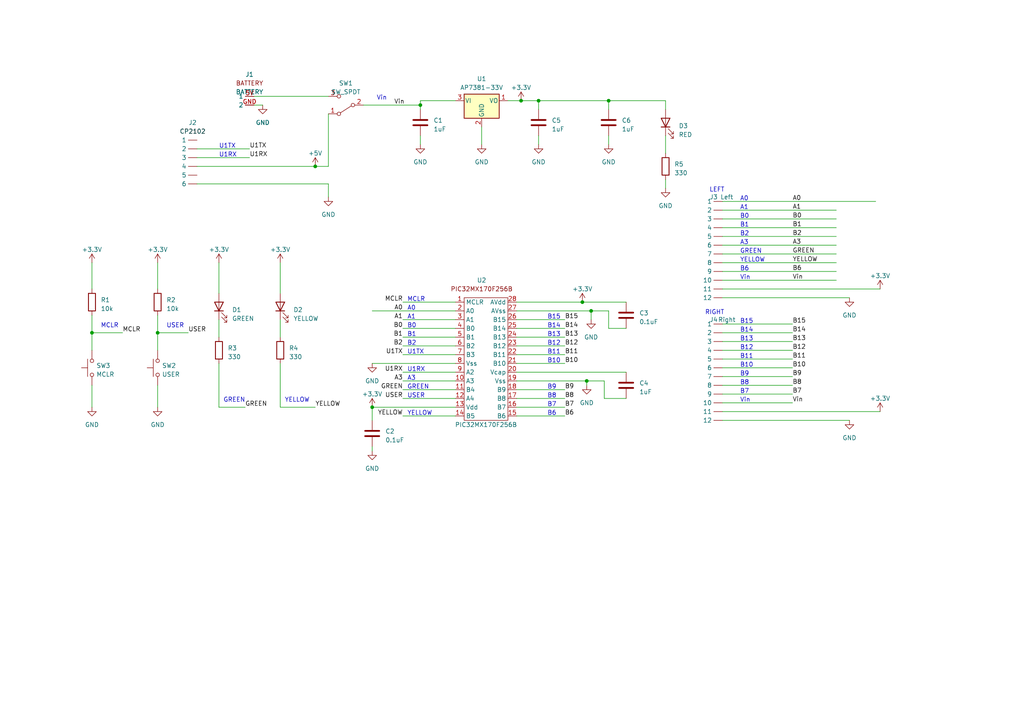
<source format=kicad_sch>
(kicad_sch (version 20230121) (generator eeschema)
  (paper "A4")
  (lib_symbols
    (symbol "Device:C" (pin_numbers hide) (pin_names (offset 0.254))
      (property "Reference" "C" (at 0.635 2.54 0))
      (property "Value" "C" (at 0.635 -2.54 0))
      (symbol "C_0_1"
        (polyline (pts (xy -2.032 -0.762) (xy 2.032 -0.762)) (stroke (width 0.508)))
        (polyline (pts (xy -2.032 0.762) (xy 2.032 0.762)) (stroke (width 0.508)))
      )
      (symbol "C_1_1"
        (pin passive line (at 0 3.81 270) (length 2.794) (name "~") (number "1"))
        (pin passive line (at 0 -3.81 90) (length 2.794) (name "~") (number "2"))
      )
    )
    (symbol "Device:LED" (pin_numbers hide) (pin_names (offset 1.016) hide)
      (property "Reference" "D" (at 0 2.54 0))
      (property "Value" "LED" (at 0 -2.54 0))
      (symbol "LED_0_1"
        (polyline (pts (xy -1.27 -1.27) (xy -1.27 1.27)) (stroke (width 0.254)))
        (polyline (pts (xy -1.27 0) (xy 1.27 0)))
        (polyline (pts (xy 1.27 -1.27) (xy 1.27 1.27) (xy -1.27 0) (xy 1.27 -1.27)) (stroke (width 0.254)))
        (polyline (pts (xy -3.048 -0.762) (xy -4.572 -2.286) (xy -3.81 -2.286) (xy -4.572 -2.286) (xy -4.572 -1.524)))
        (polyline (pts (xy -1.778 -0.762) (xy -3.302 -2.286) (xy -2.54 -2.286) (xy -3.302 -2.286) (xy -3.302 -1.524)))
      )
      (symbol "LED_1_1"
        (pin passive line (at -3.81 0 0) (length 2.54) (name "K") (number "1"))
        (pin passive line (at 3.81 0 180) (length 2.54) (name "A") (number "2"))
      )
    )
    (symbol "Device:R" (pin_numbers hide) (pin_names (offset 0))
      (property "Reference" "R" (at 2.032 0 90))
      (property "Value" "R" (at 0 0 90))
      (symbol "R_0_1"
        (rectangle (start -1.016 -2.54) (end 1.016 2.54) (stroke (width 0.254)))
      )
      (symbol "R_1_1"
        (pin passive line (at 0 3.81 270) (length 1.27) (name "~") (number "1"))
        (pin passive line (at 0 -3.81 90) (length 1.27) (name "~") (number "2"))
      )
    )
    (symbol "PIC32:AP7381-33V" (pin_names (offset 0.254))
      (property "Reference" "U" (at -3.81 3.175 0))
      (property "Value" "AP7381-33V" (at 0 3.175 0))
      (symbol "AP7381-33V_0_1"
        (rectangle (start -5.08 1.905) (end 5.08 -5.08) (stroke (width 0.254)) (fill (type background)))
      )
      (symbol "AP7381-33V_1_1"
        (pin power_out line (at 7.62 0 180) (length 2.54) (name "VO") (number "1"))
        (pin power_in line (at 0 -7.62 90) (length 2.54) (name "GND") (number "2"))
        (pin power_in line (at -7.62 0 0) (length 2.54) (name "VI") (number "3"))
      )
    )
    (symbol "PIC32:BATTERY"
      (property "Reference" "J" (at 0 5.08 0))
      (symbol "BATTERY_1_1"
        (text "BATTERY" (at 0 2.54 0) (effects (font (size 1.27 1.27))))
        (pin input line (at 1.27 -1.27 180) (length 2.54) (name "1") (number "5V"))
        (pin input line (at 1.27 -3.81 180) (length 2.54) (name "2") (number "GND"))
      )
    )
    (symbol "PIC32:CP2102"
      (property "Reference" "J" (at 0 2.54 0))
      (symbol "CP2102_1_1"
        (text "CP2102" (at 0 0 0) (effects (font (size 1.27 1.27))))
        (pin input line (at 1.27 -2.54 180) (length 2.54) (name "1") (number ""))
        (pin input line (at 1.27 -5.08 180) (length 2.54) (name "2") (number ""))
        (pin input line (at 1.27 -7.62 180) (length 2.54) (name "3") (number ""))
        (pin input line (at 1.27 -10.16 180) (length 2.54) (name "4") (number ""))
        (pin input line (at 1.27 -12.7 180) (length 2.54) (name "5") (number ""))
        (pin input line (at 1.27 -15.24 180) (length 2.54) (name "6") (number ""))
      )
    )
    (symbol "PIC32:PIC32MX170"
      (property "Reference" "U" (at -1.27 12.7 0))
      (symbol "PIC32MX170_0_1"
        (rectangle (start -6.35 7.62) (end 6.35 -27.94))
      )
      (symbol "PIC32MX170_1_1"
        (text "PIC32MX170F256B" (at -1.27 10.16 0) (effects (font (size 1.27 1.27))))
        (pin input line (at -8.89 6.35 0) (length 2.54) (name "MCLR") (number "1"))
        (pin input line (at -8.89 -16.51 0) (length 2.54) (name "A3") (number "10"))
        (pin input line (at -8.89 -19.05 0) (length 2.54) (name "B4") (number "11"))
        (pin input line (at -8.89 -21.59 0) (length 2.54) (name "A4") (number "12"))
        (pin input line (at -8.89 -24.13 0) (length 2.54) (name "Vdd") (number "13"))
        (pin input line (at -8.89 -26.67 0) (length 2.54) (name "B5") (number "14"))
        (pin input line (at 8.89 -26.67 180) (length 2.54) (name "B6") (number "15"))
        (pin input line (at 8.89 -24.13 180) (length 2.54) (name "B7") (number "16"))
        (pin input line (at 8.89 -21.59 180) (length 2.54) (name "B8") (number "17"))
        (pin input line (at 8.89 -19.05 180) (length 2.54) (name "B9") (number "18"))
        (pin input line (at 8.89 -16.51 180) (length 2.54) (name "Vss") (number "19"))
        (pin input line (at -8.89 3.81 0) (length 2.54) (name "A0") (number "2"))
        (pin input line (at 8.89 -13.97 180) (length 2.54) (name "Vcap") (number "20"))
        (pin input line (at 8.89 -11.43 180) (length 2.54) (name "B10") (number "21"))
        (pin input line (at 8.89 -8.89 180) (length 2.54) (name "B11") (number "22"))
        (pin input line (at 8.89 -6.35 180) (length 2.54) (name "B12") (number "23"))
        (pin input line (at 8.89 -3.81 180) (length 2.54) (name "B13") (number "24"))
        (pin input line (at 8.89 -1.27 180) (length 2.54) (name "B14") (number "25"))
        (pin input line (at 8.89 1.27 180) (length 2.54) (name "B15") (number "26"))
        (pin input line (at 8.89 3.81 180) (length 2.54) (name "AVss") (number "27"))
        (pin input line (at 8.89 6.35 180) (length 2.54) (name "AVdd") (number "28"))
        (pin input line (at -8.89 1.27 0) (length 2.54) (name "A1") (number "3"))
        (pin input line (at -8.89 -1.27 0) (length 2.54) (name "B0") (number "4"))
        (pin input line (at -8.89 -3.81 0) (length 2.54) (name "B1") (number "5"))
        (pin input line (at -8.89 -6.35 0) (length 2.54) (name "B2") (number "6"))
        (pin input line (at -8.89 -8.89 0) (length 2.54) (name "B3") (number "7"))
        (pin input line (at -8.89 -11.43 0) (length 2.54) (name "Vss") (number "8"))
        (pin input line (at -8.89 -13.97 0) (length 2.54) (name "A2") (number "9"))
      )
    )
    (symbol "PIC32:output"
      (property "Reference" "J" (at 0 1.27 0))
      (symbol "output_1_1"
        (pin input line (at 1.27 -1.27 180) (length 2.54) (name "1") (number ""))
        (pin input line (at 1.27 -24.13 180) (length 2.54) (name "10") (number ""))
        (pin input line (at 1.27 -26.67 180) (length 2.54) (name "11") (number ""))
        (pin input line (at 1.27 -29.21 180) (length 2.54) (name "12") (number ""))
        (pin input line (at 1.27 -3.81 180) (length 2.54) (name "2") (number ""))
        (pin input line (at 1.27 -6.35 180) (length 2.54) (name "3") (number ""))
        (pin input line (at 1.27 -8.89 180) (length 2.54) (name "4") (number ""))
        (pin input line (at 1.27 -11.43 180) (length 2.54) (name "5") (number ""))
        (pin input line (at 1.27 -13.97 180) (length 2.54) (name "6") (number ""))
        (pin input line (at 1.27 -16.51 180) (length 2.54) (name "7") (number ""))
        (pin input line (at 1.27 -19.05 180) (length 2.54) (name "8") (number ""))
        (pin input line (at 1.27 -21.59 180) (length 2.54) (name "9") (number ""))
      )
    )
    (symbol "Switch:SW_Push" (pin_numbers hide) (pin_names (offset 1.016) hide)
      (property "Reference" "SW" (at 1.27 2.54 0))
      (property "Value" "SW_Push" (at 0 -1.524 0))
      (symbol "SW_Push_0_1"
        (circle (center -2.032 0) (radius 0.508))
        (polyline (pts (xy 0 1.27) (xy 0 3.048)))
        (polyline (pts (xy 2.54 1.27) (xy -2.54 1.27)))
        (circle (center 2.032 0) (radius 0.508))
        (pin passive line (at -5.08 0 0) (length 2.54) (name "1") (number "1"))
        (pin passive line (at 5.08 0 180) (length 2.54) (name "2") (number "2"))
      )
    )
    (symbol "Switch:SW_SPDT" (pin_names (offset 0) hide)
      (property "Reference" "SW" (at 0 4.318 0))
      (property "Value" "SW_SPDT" (at 0 -5.08 0))
      (symbol "SW_SPDT_0_0"
        (circle (center -2.032 0) (radius 0.508))
        (circle (center 2.032 -2.54) (radius 0.508))
      )
      (symbol "SW_SPDT_0_1"
        (polyline (pts (xy -1.524 0.254) (xy 1.651 2.286)))
        (circle (center 2.032 2.54) (radius 0.508))
      )
      (symbol "SW_SPDT_1_1"
        (pin passive line (at 5.08 2.54 180) (length 2.54) (name "A") (number "1"))
        (pin passive line (at -5.08 0 0) (length 2.54) (name "B") (number "2"))
        (pin passive line (at 5.08 -2.54 180) (length 2.54) (name "C") (number "3"))
      )
    )
    (symbol "power:+3.3V" (power) (pin_names (offset 0))
      (property "Value" "+3.3V" (at 0 3.556 0))
      (symbol "+3.3V_0_1"
        (polyline (pts (xy -0.762 1.27) (xy 0 2.54)))
        (polyline (pts (xy 0 0) (xy 0 2.54)))
        (polyline (pts (xy 0 2.54) (xy 0.762 1.27)))
      )
      (symbol "+3.3V_1_1"
        (pin power_in line (at 0 0 90) (length 0) hide (name "+3.3V") (number "1"))
      )
    )
    (symbol "power:+5V" (power) (pin_names (offset 0))
      (property "Value" "+5V" (at 0 3.556 0))
      (symbol "+5V_0_1"
        (polyline (pts (xy -0.762 1.27) (xy 0 2.54)))
        (polyline (pts (xy 0 0) (xy 0 2.54)))
        (polyline (pts (xy 0 2.54) (xy 0.762 1.27)))
      )
      (symbol "+5V_1_1"
        (pin power_in line (at 0 0 90) (length 0) hide (name "+5V") (number "1"))
      )
    )
    (symbol "power:GND" (power) (pin_names (offset 0))
      (property "Value" "GND" (at 0 -3.81 0))
      (symbol "GND_0_1"
        (polyline (pts (xy 0 0) (xy 0 -1.27) (xy 1.27 -1.27) (xy 0 -2.54) (xy -1.27 -1.27) (xy 0 -1.27)))
      )
      (symbol "GND_1_1"
        (pin power_in line (at 0 0 270) (length 0) hide (name "GND") (number "1"))
      )
    )
  )
  (junction (at 151.13 29.21))
  (junction (at 176.53 29.21))
  (junction (at 170.18 110.49))
  (junction (at 156.21 29.21))
  (junction (at 171.45 90.17))
  (junction (at 168.91 87.63))
  (junction (at 107.95 118.11))
  (junction (at 91.44 48.26))
  (junction (at 26.67 96.52))
  (junction (at 121.92 30.48))
  (junction (at 45.72 96.52))
  (wire (pts (xy 149.86 118.11) (xy 163.83 118.11)))
  (wire (pts (xy 116.84 95.25) (xy 132.08 95.25)))
  (wire (pts (xy 149.86 87.63) (xy 168.91 87.63)))
  (wire (pts (xy 209.55 83.82) (xy 255.27 83.82)))
  (wire (pts (xy 176.53 29.21) (xy 193.04 29.21)))
  (wire (pts (xy 193.04 29.21) (xy 193.04 31.75)))
  (wire (pts (xy 116.84 115.57) (xy 132.08 115.57)))
  (wire (pts (xy 147.32 29.21) (xy 151.13 29.21)))
  (wire (pts (xy 168.91 87.63) (xy 181.61 87.63)))
  (wire (pts (xy 149.86 113.03) (xy 163.83 113.03)))
  (wire (pts (xy 149.86 97.79) (xy 163.83 97.79)))
  (wire (pts (xy 149.86 92.71) (xy 163.83 92.71)))
  (wire (pts (xy 95.25 53.34) (xy 95.25 57.15)))
  (wire (pts (xy 149.86 107.95) (xy 181.61 107.95)))
  (wire (pts (xy 26.67 111.76) (xy 26.67 118.11)))
  (wire (pts (xy 107.95 90.17) (xy 132.08 90.17)))
  (wire (pts (xy 73.66 30.48) (xy 76.2 30.48)))
  (wire (pts (xy 170.18 110.49) (xy 175.26 110.49)))
  (wire (pts (xy 45.72 76.2) (xy 45.72 83.82)))
  (wire (pts (xy 91.44 48.26) (xy 95.25 48.26)))
  (wire (pts (xy 45.72 111.76) (xy 45.72 118.11)))
  (wire (pts (xy 45.72 91.44) (xy 45.72 96.52)))
  (wire (pts (xy 26.67 96.52) (xy 35.56 96.52)))
  (wire (pts (xy 209.55 99.06) (xy 229.87 99.06)))
  (wire (pts (xy 176.53 39.37) (xy 176.53 41.91)))
  (wire (pts (xy 209.55 119.38) (xy 255.27 119.38)))
  (wire (pts (xy 116.84 97.79) (xy 132.08 97.79)))
  (wire (pts (xy 209.55 63.5) (xy 242.57 63.5)))
  (wire (pts (xy 116.84 110.49) (xy 132.08 110.49)))
  (wire (pts (xy 63.5 105.41) (xy 63.5 118.11)))
  (wire (pts (xy 95.25 33.02) (xy 95.25 48.26)))
  (wire (pts (xy 121.92 30.48) (xy 121.92 31.75)))
  (wire (pts (xy 175.26 115.57) (xy 175.26 110.49)))
  (wire (pts (xy 156.21 29.21) (xy 156.21 31.75)))
  (wire (pts (xy 45.72 96.52) (xy 54.61 96.52)))
  (wire (pts (xy 209.55 58.42) (xy 254 58.42)))
  (wire (pts (xy 176.53 29.21) (xy 176.53 31.75)))
  (wire (pts (xy 209.55 76.2) (xy 242.57 76.2)))
  (wire (pts (xy 176.53 95.25) (xy 176.53 90.17)))
  (wire (pts (xy 63.5 76.2) (xy 63.5 85.09)))
  (wire (pts (xy 149.86 90.17) (xy 171.45 90.17)))
  (wire (pts (xy 63.5 118.11) (xy 71.12 118.11)))
  (wire (pts (xy 81.28 92.71) (xy 81.28 97.79)))
  (wire (pts (xy 81.28 118.11) (xy 91.44 118.11)))
  (wire (pts (xy 81.28 76.2) (xy 81.28 85.09)))
  (wire (pts (xy 209.55 109.22) (xy 229.87 109.22)))
  (wire (pts (xy 193.04 52.07) (xy 193.04 54.61)))
  (wire (pts (xy 149.86 100.33) (xy 163.83 100.33)))
  (wire (pts (xy 149.86 105.41) (xy 163.83 105.41)))
  (wire (pts (xy 209.55 81.28) (xy 242.57 81.28)))
  (wire (pts (xy 121.92 29.21) (xy 121.92 30.48)))
  (wire (pts (xy 107.95 118.11) (xy 132.08 118.11)))
  (wire (pts (xy 149.86 102.87) (xy 163.83 102.87)))
  (wire (pts (xy 171.45 90.17) (xy 176.53 90.17)))
  (wire (pts (xy 57.15 48.26) (xy 91.44 48.26)))
  (wire (pts (xy 209.55 111.76) (xy 229.87 111.76)))
  (wire (pts (xy 149.86 110.49) (xy 170.18 110.49)))
  (wire (pts (xy 209.55 66.04) (xy 242.57 66.04)))
  (wire (pts (xy 57.15 45.72) (xy 72.39 45.72)))
  (wire (pts (xy 209.55 101.6) (xy 229.87 101.6)))
  (wire (pts (xy 193.04 44.45) (xy 193.04 39.37)))
  (wire (pts (xy 209.55 104.14) (xy 229.87 104.14)))
  (wire (pts (xy 181.61 95.25) (xy 176.53 95.25)))
  (wire (pts (xy 209.55 71.12) (xy 242.57 71.12)))
  (wire (pts (xy 209.55 78.74) (xy 242.57 78.74)))
  (wire (pts (xy 26.67 91.44) (xy 26.67 96.52)))
  (wire (pts (xy 116.84 102.87) (xy 132.08 102.87)))
  (wire (pts (xy 149.86 115.57) (xy 163.83 115.57)))
  (wire (pts (xy 116.84 92.71) (xy 132.08 92.71)))
  (wire (pts (xy 209.55 86.36) (xy 246.38 86.36)))
  (wire (pts (xy 116.84 107.95) (xy 132.08 107.95)))
  (wire (pts (xy 116.84 113.03) (xy 132.08 113.03)))
  (wire (pts (xy 105.41 30.48) (xy 121.92 30.48)))
  (wire (pts (xy 209.55 106.68) (xy 229.87 106.68)))
  (wire (pts (xy 81.28 105.41) (xy 81.28 118.11)))
  (wire (pts (xy 209.55 60.96) (xy 242.57 60.96)))
  (wire (pts (xy 26.67 96.52) (xy 26.67 101.6)))
  (wire (pts (xy 151.13 29.21) (xy 156.21 29.21)))
  (wire (pts (xy 57.15 53.34) (xy 95.25 53.34)))
  (wire (pts (xy 156.21 29.21) (xy 176.53 29.21)))
  (wire (pts (xy 209.55 116.84) (xy 229.87 116.84)))
  (wire (pts (xy 171.45 92.71) (xy 171.45 90.17)))
  (wire (pts (xy 121.92 39.37) (xy 121.92 41.91)))
  (wire (pts (xy 149.86 95.25) (xy 163.83 95.25)))
  (wire (pts (xy 209.55 73.66) (xy 242.57 73.66)))
  (wire (pts (xy 107.95 105.41) (xy 132.08 105.41)))
  (wire (pts (xy 57.15 43.18) (xy 72.39 43.18)))
  (wire (pts (xy 209.55 96.52) (xy 229.87 96.52)))
  (wire (pts (xy 26.67 76.2) (xy 26.67 83.82)))
  (wire (pts (xy 209.55 93.98) (xy 229.87 93.98)))
  (wire (pts (xy 149.86 120.65) (xy 163.83 120.65)))
  (wire (pts (xy 209.55 114.3) (xy 229.87 114.3)))
  (wire (pts (xy 107.95 121.92) (xy 107.95 118.11)))
  (wire (pts (xy 116.84 120.65) (xy 132.08 120.65)))
  (wire (pts (xy 45.72 96.52) (xy 45.72 101.6)))
  (wire (pts (xy 156.21 39.37) (xy 156.21 41.91)))
  (wire (pts (xy 73.66 27.94) (xy 95.25 27.94)))
  (wire (pts (xy 132.08 29.21) (xy 121.92 29.21)))
  (wire (pts (xy 209.55 121.92) (xy 246.38 121.92)))
  (wire (pts (xy 170.18 111.76) (xy 170.18 110.49)))
  (wire (pts (xy 107.95 129.54) (xy 107.95 130.81)))
  (wire (pts (xy 209.55 68.58) (xy 242.57 68.58)))
  (wire (pts (xy 181.61 115.57) (xy 175.26 115.57)))
  (wire (pts (xy 139.7 36.83) (xy 139.7 41.91)))
  (wire (pts (xy 63.5 92.71) (xy 63.5 97.79)))
  (wire (pts (xy 116.84 87.63) (xy 132.08 87.63)))
  (wire (pts (xy 116.84 100.33) (xy 132.08 100.33)))
  (text "B9" (at 214.63 109.22 0) (effects (font (size 1.27 1.27)) (justify left bottom)))
  (text "A1" (at 214.63 60.96 0) (effects (font (size 1.27 1.27)) (justify left bottom)))
  (text "RIGHT" (at 204.47 91.44 0) (effects (font (size 1.27 1.27)) (justify left bottom)))
  (text "B2" (at 118.11 100.33 0) (effects (font (size 1.27 1.27)) (justify left bottom)))
  (text "B12" (at 158.75 100.33 0) (effects (font (size 1.27 1.27)) (justify left bottom)))
  (text "YELLOW" (at 118.11 120.65 0) (effects (font (size 1.27 1.27)) (justify left bottom)))
  (text "YELLOW" (at 214.63 76.2 0) (effects (font (size 1.27 1.27)) (justify left bottom)))
  (text "B1" (at 214.63 66.04 0) (effects (font (size 1.27 1.27)) (justify left bottom)))
  (text "B2" (at 214.63 68.58 0) (effects (font (size 1.27 1.27)) (justify left bottom)))
  (text "A3" (at 214.63 71.12 0) (effects (font (size 1.27 1.27)) (justify left bottom)))
  (text "Vin" (at 109.22 29.21 0) (effects (font (size 1.27 1.27)) (justify left bottom)))
  (text "A0" (at 214.63 58.42 0) (effects (font (size 1.27 1.27)) (justify left bottom)))
  (text "U1TX" (at 63.5 43.18 0) (effects (font (size 1.27 1.27)) (justify left bottom)))
  (text "B12" (at 214.63 101.6 0) (effects (font (size 1.27 1.27)) (justify left bottom)))
  (text "YELLOW" (at 82.55 116.84 0) (effects (font (size 1.27 1.27)) (justify left bottom)))
  (text "B15" (at 158.75 92.71 0) (effects (font (size 1.27 1.27)) (justify left bottom)))
  (text "B6" (at 214.63 78.74 0) (effects (font (size 1.27 1.27)) (justify left bottom)))
  (text "B11" (at 158.75 102.87 0) (effects (font (size 1.27 1.27)) (justify left bottom)))
  (text "A3" (at 118.11 110.49 0) (effects (font (size 1.27 1.27)) (justify left bottom)))
  (text "B8" (at 158.75 115.57 0) (effects (font (size 1.27 1.27)) (justify left bottom)))
  (text "U1TX" (at 118.11 102.87 0) (effects (font (size 1.27 1.27)) (justify left bottom)))
  (text "USER" (at 118.11 115.57 0) (effects (font (size 1.27 1.27)) (justify left bottom)))
  (text "A0" (at 118.11 90.17 0) (effects (font (size 1.27 1.27)) (justify left bottom)))
  (text "B13" (at 214.63 99.06 0) (effects (font (size 1.27 1.27)) (justify left bottom)))
  (text "B9" (at 158.75 113.03 0) (effects (font (size 1.27 1.27)) (justify left bottom)))
  (text "B8" (at 214.63 111.76 0) (effects (font (size 1.27 1.27)) (justify left bottom)))
  (text "B0" (at 214.63 63.5 0) (effects (font (size 1.27 1.27)) (justify left bottom)))
  (text "USER" (at 48.26 95.25 0) (effects (font (size 1.27 1.27)) (justify left bottom)))
  (text "U1RX" (at 63.5 45.72 0) (effects (font (size 1.27 1.27)) (justify left bottom)))
  (text "GREEN" (at 214.63 73.66 0) (effects (font (size 1.27 1.27)) (justify left bottom)))
  (text "B15" (at 214.63 93.98 0) (effects (font (size 1.27 1.27)) (justify left bottom)))
  (text "A1" (at 118.11 92.71 0) (effects (font (size 1.27 1.27)) (justify left bottom)))
  (text "B11" (at 214.63 104.14 0) (effects (font (size 1.27 1.27)) (justify left bottom)))
  (text "B13" (at 158.75 97.79 0) (effects (font (size 1.27 1.27)) (justify left bottom)))
  (text "B10" (at 158.75 105.41 0) (effects (font (size 1.27 1.27)) (justify left bottom)))
  (text "B14" (at 158.75 95.25 0) (effects (font (size 1.27 1.27)) (justify left bottom)))
  (text "MCLR" (at 118.11 87.63 0) (effects (font (size 1.27 1.27)) (justify left bottom)))
  (text "U1RX" (at 118.11 107.95 0) (effects (font (size 1.27 1.27)) (justify left bottom)))
  (text "B0" (at 118.11 95.25 0) (effects (font (size 1.27 1.27)) (justify left bottom)))
  (text "B6" (at 158.75 120.65 0) (effects (font (size 1.27 1.27)) (justify left bottom)))
  (text "LEFT" (at 205.74 55.88 0) (effects (font (size 1.27 1.27)) (justify left bottom)))
  (text "B10" (at 214.63 106.68 0) (effects (font (size 1.27 1.27)) (justify left bottom)))
  (text "Vin" (at 214.63 81.28 0) (effects (font (size 1.27 1.27)) (justify left bottom)))
  (text "B14" (at 214.63 96.52 0) (effects (font (size 1.27 1.27)) (justify left bottom)))
  (text "GREEN" (at 64.77 116.84 0) (effects (font (size 1.27 1.27)) (justify left bottom)))
  (text "MCLR" (at 29.21 95.25 0) (effects (font (size 1.27 1.27)) (justify left bottom)))
  (text "B7" (at 214.63 114.3 0) (effects (font (size 1.27 1.27)) (justify left bottom)))
  (text "B7" (at 158.75 118.11 0) (effects (font (size 1.27 1.27)) (justify left bottom)))
  (text "B1" (at 118.11 97.79 0) (effects (font (size 1.27 1.27)) (justify left bottom)))
  (text "Vin" (at 214.63 116.84 0) (effects (font (size 1.27 1.27)) (justify left bottom)))
  (text "GREEN" (at 118.11 113.03 0) (effects (font (size 1.27 1.27)) (justify left bottom)))
  (label "Vin" (at 229.87 81.28 0))
  (label "A1" (at 229.87 60.96 0))
  (label "B13" (at 163.83 97.79 0))
  (label "U1TX" (at 72.39 43.18 0))
  (label "B10" (at 163.83 105.41 0))
  (label "A3" (at 229.87 71.12 0))
  (label "USER" (at 116.84 115.57 180))
  (label "YELLOW" (at 91.44 118.11 0))
  (label "B9" (at 229.87 109.22 0))
  (label "Vin" (at 229.87 116.84 0))
  (label "YELLOW" (at 229.87 76.2 0))
  (label "B14" (at 229.87 96.52 0))
  (label "B11" (at 229.87 104.14 0))
  (label "B15" (at 229.87 93.98 0))
  (label "GREEN" (at 71.12 118.11 0))
  (label "B7" (at 229.87 114.3 0))
  (label "A0" (at 229.87 58.42 0))
  (label "B13" (at 229.87 99.06 0))
  (label "A0" (at 116.84 90.17 180))
  (label "B15" (at 163.83 92.71 0))
  (label "U1RX" (at 116.84 107.95 180))
  (label "A1" (at 116.84 92.71 180))
  (label "B9" (at 163.83 113.03 0))
  (label "B11" (at 163.83 102.87 0))
  (label "B12" (at 163.83 100.33 0))
  (label "B12" (at 229.87 101.6 0))
  (label "B0" (at 116.84 95.25 180))
  (label "B1" (at 116.84 97.79 180))
  (label "B1" (at 229.87 66.04 0))
  (label "Vin" (at 114.3 30.48 0))
  (label "GREEN" (at 116.84 113.03 180))
  (label "B7" (at 163.83 118.11 0))
  (label "B0" (at 229.87 63.5 0))
  (label "A3" (at 116.84 110.49 180))
  (label "B6" (at 229.87 78.74 0))
  (label "B2" (at 229.87 68.58 0))
  (label "U1TX" (at 116.84 102.87 180))
  (label "YELLOW" (at 116.84 120.65 180))
  (label "B8" (at 163.83 115.57 0))
  (label "B10" (at 229.87 106.68 0))
  (label "B6" (at 163.83 120.65 0))
  (label "B8" (at 229.87 111.76 0))
  (label "USER" (at 54.61 96.52 0))
  (label "B2" (at 116.84 100.33 180))
  (label "GREEN" (at 229.87 73.66 0))
  (label "U1RX" (at 72.39 45.72 0))
  (label "MCLR" (at 35.56 96.52 0))
  (label "B14" (at 163.83 95.25 0))
  (label "MCLR" (at 116.84 87.63 180))
  (symbol (lib_id "power:GND") (at 139.7 41.91 0) (unit 1)
    (property "Reference" "#PWR015" (effects hide))
    (property "Value" "GND" (at 139.7 46.99 0))
  )
  (symbol (lib_id "power:GND") (at 176.53 41.91 0) (unit 1)
    (property "Reference" "#PWR017" (effects hide))
    (property "Value" "GND" (at 176.53 46.99 0))
  )
  (symbol (lib_id "power:+3.3V") (at 107.95 118.11 0) (unit 1)
    (property "Reference" "#PWR02" (effects hide))
    (property "Value" "+3.3V" (at 107.95 114.3 0))
  )
  (symbol (lib_id "Device:C") (at 181.61 91.44 0) (unit 1)
    (property "Reference" "C3" (at 185.42 90.805 0) (effects (justify left)))
    (property "Value" "0.1uF" (at 185.42 93.345 0) (effects (justify left)))
    (property "Footprint" "Capacitor_THT:C_Disc_D3.4mm_W2.1mm_P2.50mm" (effects hide))
  )
  (symbol (lib_id "power:GND") (at 76.2 30.48 0) (unit 1)
    (property "Reference" "#PWR013" (effects hide))
    (property "Value" "GND" (at 76.2 35.56 0))
  )
  (symbol (lib_id "power:+3.3V") (at 26.67 76.2 0) (unit 1)
    (property "Reference" "#PWR07" (effects hide))
    (property "Value" "+3.3V" (at 26.67 72.39 0))
  )
  (symbol (lib_id "power:GND") (at 246.38 121.92 0) (unit 1)
    (property "Reference" "#PWR021" (effects hide))
    (property "Value" "GND" (at 246.38 127 0))
  )
  (symbol (lib_id "Device:LED") (at 63.5 88.9 90) (unit 1)
    (property "Reference" "D1" (at 67.31 89.8525 90) (effects (justify right)))
    (property "Value" "GREEN" (at 67.31 92.3925 90) (effects (justify right)))
    (property "Footprint" "LED_THT:LED_D3.0mm" (effects hide))
  )
  (symbol (lib_id "power:+3.3V") (at 255.27 119.38 0) (unit 1)
    (property "Reference" "#PWR023" (effects hide))
    (property "Value" "+3.3V" (at 255.27 115.57 0))
  )
  (symbol (lib_id "Switch:SW_Push") (at 26.67 106.68 90) (unit 1)
    (property "Reference" "SW3" (at 27.94 106.045 90) (effects (justify right)))
    (property "Value" "MCLR" (at 27.94 108.585 90) (effects (justify right)))
    (property "Footprint" "PIClib:pushbutton_P2.54mm_Vertical" (effects hide))
  )
  (symbol (lib_id "Device:R") (at 26.67 87.63 0) (unit 1)
    (property "Reference" "R1" (at 29.21 86.995 0) (effects (justify left)))
    (property "Value" "10k" (at 29.21 89.535 0) (effects (justify left)))
    (property "Footprint" "Resistor_THT:R_Axial_DIN0207_L6.3mm_D2.5mm_P7.62mm_Horizontal" (effects hide))
  )
  (symbol (lib_id "Device:R") (at 193.04 48.26 0) (unit 1)
    (property "Reference" "R5" (at 195.58 47.625 0) (effects (justify left)))
    (property "Value" "330" (at 195.58 50.165 0) (effects (justify left)))
    (property "Footprint" "Resistor_THT:R_Axial_DIN0207_L6.3mm_D2.5mm_P7.62mm_Horizontal" (effects hide))
  )
  (symbol (lib_id "Device:R") (at 81.28 101.6 0) (unit 1)
    (property "Reference" "R4" (at 83.82 100.965 0) (effects (justify left)))
    (property "Value" "330" (at 83.82 103.505 0) (effects (justify left)))
    (property "Footprint" "Resistor_THT:R_Axial_DIN0207_L6.3mm_D2.5mm_P7.62mm_Horizontal" (effects hide))
  )
  (symbol (lib_id "power:GND") (at 45.72 118.11 0) (unit 1)
    (property "Reference" "#PWR012" (effects hide))
    (property "Value" "GND" (at 45.72 123.19 0))
  )
  (symbol (lib_id "power:+3.3V") (at 151.13 29.21 0) (unit 1)
    (property "Reference" "#PWR025" (effects hide))
    (property "Value" "+3.3V" (at 151.13 25.4 0))
  )
  (symbol (lib_id "power:GND") (at 107.95 130.81 0) (unit 1)
    (property "Reference" "#PWR01" (effects hide))
    (property "Value" "GND" (at 107.95 135.89 0))
  )
  (symbol (lib_id "Switch:SW_Push") (at 45.72 106.68 90) (unit 1)
    (property "Reference" "SW2" (at 46.99 106.045 90) (effects (justify right)))
    (property "Value" "USER" (at 46.99 108.585 90) (effects (justify right)))
    (property "Footprint" "PIClib:pushbutton_P2.54mm_Vertical" (effects hide))
  )
  (symbol (lib_id "PIC32:output") (at 208.28 92.71 0) (unit 1)
    (property "Reference" "J4" (at 207.01 92.71 0))
    (property "Value" "Right" (at 210.82 92.71 0))
    (property "Footprint" "Connector_PinSocket_2.54mm:PinSocket_1x12_P2.54mm_Vertical" (effects hide))
  )
  (symbol (lib_id "PIC32:PIC32MX170") (at 140.97 93.98 0) (unit 1)
    (property "Reference" "U2" (at 139.7 81.28 0))
    (property "Value" "PIC32MX170F256B" (at 140.97 123.19 0))
    (property "Footprint" "Package_DIP:DIP-28_W7.62mm_Socket" (effects hide))
  )
  (symbol (lib_id "power:GND") (at 107.95 105.41 0) (unit 1)
    (property "Reference" "#PWR03" (effects hide))
    (property "Value" "GND" (at 107.95 110.49 0))
  )
  (symbol (lib_id "power:+5V") (at 91.44 48.26 0) (unit 1)
    (property "Reference" "#PWR024" (effects hide))
    (property "Value" "+5V" (at 91.44 44.45 0))
  )
  (symbol (lib_id "power:+3.3V") (at 45.72 76.2 0) (unit 1)
    (property "Reference" "#PWR08" (effects hide))
    (property "Value" "+3.3V" (at 45.72 72.39 0))
  )
  (symbol (lib_id "PIC32:BATTERY") (at 72.39 26.67 0) (unit 1)
    (property "Reference" "J1" (at 72.39 21.59 0))
    (property "Value" "BATTERY" (at 72.39 26.67 0))
    (property "Footprint" "Connector_PinSocket_2.54mm:PinSocket_1x02_P2.54mm_Vertical" (effects hide))
  )
  (symbol (lib_id "Device:C") (at 176.53 35.56 0) (unit 1)
    (property "Reference" "C6" (at 180.34 34.925 0) (effects (justify left)))
    (property "Value" "1uF" (at 180.34 37.465 0) (effects (justify left)))
    (property "Footprint" "Capacitor_THT:C_Disc_D5.1mm_W3.2mm_P5.00mm" (effects hide))
  )
  (symbol (lib_id "Device:LED") (at 81.28 88.9 90) (unit 1)
    (property "Reference" "D2" (at 85.09 89.8525 90) (effects (justify right)))
    (property "Value" "YELLOW" (at 85.09 92.3925 90) (effects (justify right)))
    (property "Footprint" "LED_THT:LED_D3.0mm" (effects hide))
  )
  (symbol (lib_id "Device:C") (at 121.92 35.56 0) (unit 1)
    (property "Reference" "C1" (at 125.73 34.925 0) (effects (justify left)))
    (property "Value" "1uF" (at 125.73 37.465 0) (effects (justify left)))
    (property "Footprint" "Capacitor_THT:C_Disc_D5.1mm_W3.2mm_P5.00mm" (effects hide))
  )
  (symbol (lib_id "Device:C") (at 181.61 111.76 0) (unit 1)
    (property "Reference" "C4" (at 185.42 111.125 0) (effects (justify left)))
    (property "Value" "1uF" (at 185.42 113.665 0) (effects (justify left)))
    (property "Footprint" "Capacitor_THT:C_Disc_D5.1mm_W3.2mm_P5.00mm" (effects hide))
  )
  (symbol (lib_id "power:+3.3V") (at 255.27 83.82 0) (unit 1)
    (property "Reference" "#PWR022" (effects hide))
    (property "Value" "+3.3V" (at 255.27 80.01 0))
  )
  (symbol (lib_id "power:GND") (at 170.18 111.76 0) (unit 1)
    (property "Reference" "#PWR06" (effects hide))
    (property "Value" "GND" (at 170.18 116.84 0))
  )
  (symbol (lib_id "PIC32:AP7381-33V") (at 139.7 29.21 0) (unit 1)
    (property "Reference" "U1" (at 139.7 22.86 0))
    (property "Value" "AP7381-33V" (at 139.7 25.4 0))
    (property "Footprint" "Package_TO_SOT_THT:TO-92_Inline_Wide" (effects hide))
    (property "Datasheet" "https://www.diodes.com/assets/Datasheets/AP7384.pdf" (effects hide))
  )
  (symbol (lib_id "power:GND") (at 171.45 92.71 0) (unit 1)
    (property "Reference" "#PWR04" (effects hide))
    (property "Value" "GND" (at 171.45 97.79 0))
  )
  (symbol (lib_id "power:GND") (at 193.04 54.61 0) (unit 1)
    (property "Reference" "#PWR018" (effects hide))
    (property "Value" "GND" (at 193.04 59.69 0))
  )
  (symbol (lib_id "power:GND") (at 26.67 118.11 0) (unit 1)
    (property "Reference" "#PWR011" (effects hide))
    (property "Value" "GND" (at 26.67 123.19 0))
  )
  (symbol (lib_id "Device:C") (at 107.95 125.73 0) (unit 1)
    (property "Reference" "C2" (at 111.76 125.095 0) (effects (justify left)))
    (property "Value" "0.1uF" (at 111.76 127.635 0) (effects (justify left)))
    (property "Footprint" "Capacitor_THT:C_Disc_D3.4mm_W2.1mm_P2.50mm" (effects hide))
  )
  (symbol (lib_id "power:GND") (at 246.38 86.36 0) (unit 1)
    (property "Reference" "#PWR020" (effects hide))
    (property "Value" "GND" (at 246.38 91.44 0))
  )
  (symbol (lib_id "Device:LED") (at 193.04 35.56 90) (unit 1)
    (property "Reference" "D3" (at 196.85 36.5125 90) (effects (justify right)))
    (property "Value" "RED" (at 196.85 39.0525 90) (effects (justify right)))
    (property "Footprint" "LED_THT:LED_D3.0mm" (effects hide))
  )
  (symbol (lib_id "PIC32:CP2102") (at 55.88 38.1 0) (unit 1)
    (property "Reference" "J2" (at 55.88 35.56 0))
    (property "Value" "CP2102" (at 55.88 38.1 0))
    (property "Footprint" "Connector_PinSocket_2.54mm:PinSocket_1x06_P2.54mm_Vertical" (effects hide))
  )
  (symbol (lib_id "Device:C") (at 156.21 35.56 0) (unit 1)
    (property "Reference" "C5" (at 160.02 34.925 0) (effects (justify left)))
    (property "Value" "1uF" (at 160.02 37.465 0) (effects (justify left)))
    (property "Footprint" "Capacitor_THT:C_Disc_D5.1mm_W3.2mm_P5.00mm" (effects hide))
  )
  (symbol (lib_id "Switch:SW_SPDT") (at 100.33 30.48 180) (unit 1)
    (property "Reference" "SW1" (at 100.33 24.13 0))
    (property "Value" "SW_SPDT" (at 100.33 26.67 0))
    (property "Footprint" "PIClib:slide2" (effects hide))
  )
  (symbol (lib_id "Device:R") (at 45.72 87.63 0) (unit 1)
    (property "Reference" "R2" (at 48.26 86.995 0) (effects (justify left)))
    (property "Value" "10k" (at 48.26 89.535 0) (effects (justify left)))
    (property "Footprint" "Resistor_THT:R_Axial_DIN0207_L6.3mm_D2.5mm_P7.62mm_Horizontal" (effects hide))
  )
  (symbol (lib_id "power:GND") (at 95.25 57.15 0) (unit 1)
    (property "Reference" "#PWR019" (effects hide))
    (property "Value" "GND" (at 95.25 62.23 0))
  )
  (symbol (lib_id "power:+3.3V") (at 168.91 87.63 0) (unit 1)
    (property "Reference" "#PWR05" (effects hide))
    (property "Value" "+3.3V" (at 168.91 83.82 0))
  )
  (symbol (lib_id "power:GND") (at 121.92 41.91 0) (unit 1)
    (property "Reference" "#PWR014" (effects hide))
    (property "Value" "GND" (at 121.92 46.99 0))
  )
  (symbol (lib_id "PIC32:output") (at 208.28 57.15 0) (unit 1)
    (property "Reference" "J3" (at 207.01 57.15 0))
    (property "Value" "Left" (at 210.82 57.15 0))
    (property "Footprint" "Connector_PinSocket_2.54mm:PinSocket_1x12_P2.54mm_Vertical" (effects hide))
  )
  (symbol (lib_id "power:+3.3V") (at 81.28 76.2 0) (unit 1)
    (property "Reference" "#PWR010" (effects hide))
    (property "Value" "+3.3V" (at 81.28 72.39 0))
  )
  (symbol (lib_id "Device:R") (at 63.5 101.6 0) (unit 1)
    (property "Reference" "R3" (at 66.04 100.965 0) (effects (justify left)))
    (property "Value" "330" (at 66.04 103.505 0) (effects (justify left)))
    (property "Footprint" "Resistor_THT:R_Axial_DIN0207_L6.3mm_D2.5mm_P7.62mm_Horizontal" (effects hide))
  )
  (symbol (lib_id "power:GND") (at 156.21 41.91 0) (unit 1)
    (property "Reference" "#PWR016" (effects hide))
    (property "Value" "GND" (at 156.21 46.99 0))
  )
  (symbol (lib_id "power:+3.3V") (at 63.5 76.2 0) (unit 1)
    (property "Reference" "#PWR09" (effects hide))
    (property "Value" "+3.3V" (at 63.5 72.39 0))
  )
)
</source>
